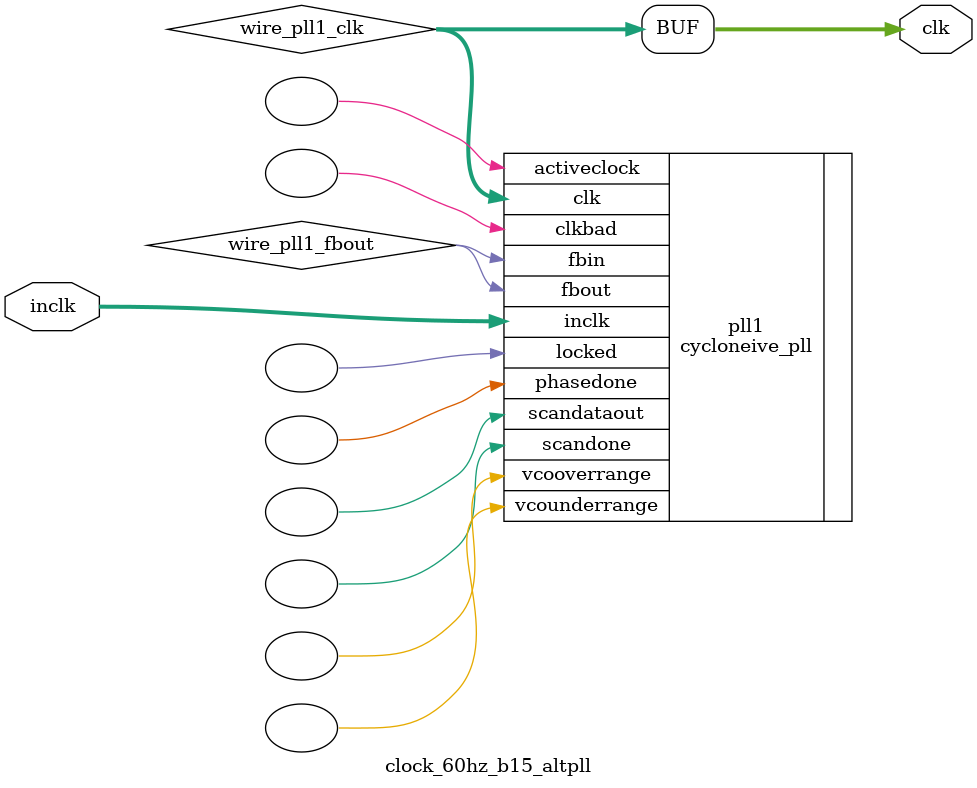
<source format=v>






//synthesis_resources = cycloneive_pll 1 
//synopsys translate_off
`timescale 1 ps / 1 ps
//synopsys translate_on
module  clock_60hz_b15_altpll
	( 
	clk,
	inclk) /* synthesis synthesis_clearbox=1 */;
	output   [4:0]  clk;
	input   [1:0]  inclk;
`ifndef ALTERA_RESERVED_QIS
// synopsys translate_off
`endif
	tri0   [1:0]  inclk;
`ifndef ALTERA_RESERVED_QIS
// synopsys translate_on
`endif

	wire  [4:0]   wire_pll1_clk;
	wire  wire_pll1_fbout;

	cycloneive_pll   pll1
	( 
	.activeclock(),
	.clk(wire_pll1_clk),
	.clkbad(),
	.fbin(wire_pll1_fbout),
	.fbout(wire_pll1_fbout),
	.inclk(inclk),
	.locked(),
	.phasedone(),
	.scandataout(),
	.scandone(),
	.vcooverrange(),
	.vcounderrange()
	`ifndef FORMAL_VERIFICATION
	// synopsys translate_off
	`endif
	,
	.areset(1'b0),
	.clkswitch(1'b0),
	.configupdate(1'b0),
	.pfdena(1'b1),
	.phasecounterselect({3{1'b0}}),
	.phasestep(1'b0),
	.phaseupdown(1'b0),
	.scanclk(1'b0),
	.scanclkena(1'b1),
	.scandata(1'b0)
	`ifndef FORMAL_VERIFICATION
	// synopsys translate_on
	`endif
	);
	defparam
		pll1.bandwidth_type = "auto",
		pll1.clk0_divide_by = 78125,
		pll1.clk0_duty_cycle = 50,
		pll1.clk0_multiply_by = 3072,
		pll1.clk0_phase_shift = "0",
		pll1.compensate_clock = "clk0",
		pll1.inclk0_input_frequency = 20000,
		pll1.operation_mode = "normal",
		pll1.pll_type = "auto",
		pll1.lpm_type = "cycloneive_pll";
	assign
		clk = {wire_pll1_clk[4:0]};
endmodule //clock_60hz_b15_altpll
//VALID FILE

</source>
